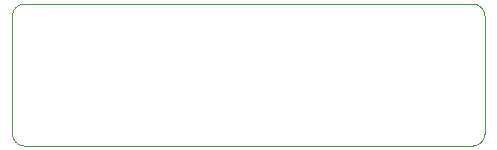
<source format=gbr>
%TF.GenerationSoftware,KiCad,Pcbnew,(6.0.0-rc1-461-ge5d6ec836f)*%
%TF.CreationDate,2022-01-23T00:53:46+08:00*%
%TF.ProjectId,usb_adapter,7573625f-6164-4617-9074-65722e6b6963,rev?*%
%TF.SameCoordinates,Original*%
%TF.FileFunction,Profile,NP*%
%FSLAX46Y46*%
G04 Gerber Fmt 4.6, Leading zero omitted, Abs format (unit mm)*
G04 Created by KiCad (PCBNEW (6.0.0-rc1-461-ge5d6ec836f)) date 2022-01-23 00:53:46*
%MOMM*%
%LPD*%
G01*
G04 APERTURE LIST*
%TA.AperFunction,Profile*%
%ADD10C,0.100000*%
%TD*%
G04 APERTURE END LIST*
D10*
X100000000Y-98500000D02*
X138000000Y-98500000D01*
X99000000Y-87500000D02*
X99000000Y-97500000D01*
X139000000Y-97500000D02*
X139000000Y-87500000D01*
X139000000Y-87500000D02*
G75*
G03*
X138000000Y-86500000I-999999J1D01*
G01*
X100000000Y-86500000D02*
G75*
G03*
X99000000Y-87500000I-1J-999999D01*
G01*
X138000000Y-86500000D02*
X100000000Y-86500000D01*
X99000000Y-97500000D02*
G75*
G03*
X100000000Y-98500000I999999J-1D01*
G01*
X137999999Y-98499999D02*
G75*
G03*
X138999999Y-97499999I1J999999D01*
G01*
M02*

</source>
